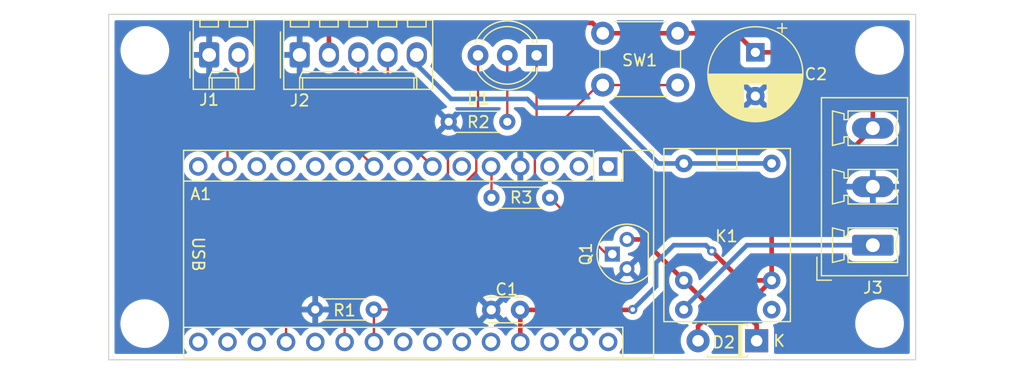
<source format=kicad_pcb>
(kicad_pcb (version 20211014) (generator pcbnew)
  (layers (0 "F.Cu" signal) (31 "B.Cu" signal) (34 "B.Paste" user) (35 "F.Paste" user) (36 "B.SilkS" user "B.Silkscreen") (37 "F.SilkS" user "F.Silkscreen") (38 "B.Mask" user) (39 "F.Mask" user) (44 "Edge.Cuts" user))
  (net 0 "")
  (net 4 "GND")
  (net 5 "Net-(A1-Pad5)")
  (net 7 "Net-(A1-Pad7)")
  (net 9 "Net-(A1-Pad9)")
  (net 14 "Net-(A1-Pad14)")
  (net 19 "Net-(A1-Pad19)")
  (net 21 "Net-(A1-Pad21)")
  (net 22 "Net-(A1-Pad22)")
  (net 27 "+5V")
  (net 30 "Net-(D1-Pad3)")
  (net 31 "Net-(D2-Pad2)")
  (net 32 "Net-(J2-Pad5)")
  (net 33 "+3V0")
  (net 34 "Net-(Q1-Pad1)")
  (footprint "MountingHole:MountingHole_3.2mm_M3_DIN965" (layer "F.Cu") (at 126.82 53.44)
    (fp_text reference "REF**" hide)
    (fp_text value "MountingHole_3.2mm_M3_DIN965")
    (pad "" np_thru_hole circle (at 0 0) (size 3.2 3.2) (drill 3.2) (layers *.Cu *.Mask))
  )
  (footprint "Capacitor_THT:C_Disc_D3.0mm_W2.0mm_P2.50mm" (layer "F.Cu") (at 95.64 75.98 180)
    (fp_text reference "C1" (at 1.16 1.78) (layer "F.SilkS"))
    (fp_text value "10nF")
    (fp_line (start -0.37 -1.12) (end 2.87 -1.12) (layer "F.SilkS") (width 0.12))
    (fp_line (start -0.37 1.12) (end 2.87 1.12) (layer "F.SilkS") (width 0.12))
    (fp_line (start -0.37 1.055) (end -0.37 1.12) (layer "F.SilkS") (width 0.12))
    (fp_line (start 2.87 1.055) (end 2.87 1.12) (layer "F.SilkS") (width 0.12))
    (fp_line (start 2.87 -1.12) (end 2.87 -1.055) (layer "F.SilkS") (width 0.12))
    (fp_line (start -0.37 -1.12) (end -0.37 -1.055) (layer "F.SilkS") (width 0.12))
    (pad "1" thru_hole circle (at 0 0 180) (size 1.6 1.6) (drill 0.8) (layers *.Cu *.Mask) (net 27 "+5V"))
    (pad "2" thru_hole circle (at 2.5 0 180) (size 1.6 1.6) (drill 0.8) (layers *.Cu *.Mask) (net 4 "GND"))
  )
  (footprint "Resistor_THT:R_Axial_DIN0204_L3.6mm_D1.6mm_P5.08mm_Horizontal" (layer "F.Cu") (at 89.45 59.64)
    (fp_text reference "R2" (at 2.568 0.03) (layer "F.SilkS"))
    (fp_text value "1K")
    (fp_line (start 0.62 -0.92) (end 4.46 -0.92) (layer "F.SilkS") (width 0.12))
    (fp_line (start 0.62 0.92) (end 4.46 0.92) (layer "F.SilkS") (width 0.12))
    (pad "1" thru_hole circle (at 0 0) (size 1.4 1.4) (drill 0.7) (layers *.Cu *.Mask) (net 4 "GND"))
    (pad "2" thru_hole oval (at 5.08 0) (size 1.4 1.4) (drill 0.7) (layers *.Cu *.Mask) (net 30 "Net-(D1-Pad3)"))
  )
  (footprint "LED_THT:LED_D5.0mm-3" (layer "F.Cu") (at 97.07 53.87 180)
    (fp_text reference "D1" (at 5.04 -3.77) (layer "F.SilkS"))
    (fp_text value "Red/Green")
    (fp_line (start -0.02 1.08) (end -0.02 1.545) (layer "F.SilkS") (width 0.12))
    (fp_line (start -0.02 -1.545) (end -0.02 -1.08) (layer "F.SilkS") (width 0.12))
    (fp_arc (start 0.285316 -1.08) (mid 2.539762 -2.5) (end 4.794479 -1.080429) (layer "F.SilkS") (width 0.12))
    (fp_arc (start 4.794479 1.080429) (mid 2.539762 2.5) (end 0.285316 1.08) (layer "F.SilkS") (width 0.12))
    (fp_arc (start -0.02 -1.54483) (mid 2.798456 -2.978809) (end 5.327815 -1.080827) (layer "F.SilkS") (width 0.12))
    (fp_arc (start 5.327815 1.080827) (mid 2.798456 2.978808) (end -0.02 1.54483) (layer "F.SilkS") (width 0.12))
    (pad "1" thru_hole rect (at 0 0 180) (size 1.8 1.8) (drill 0.9) (layers *.Cu *.Mask) (net 21 "Net-(A1-Pad21)"))
    (pad "2" thru_hole circle (at 5.08 0 180) (size 1.8 1.8) (drill 0.9) (layers *.Cu *.Mask) (net 19 "Net-(A1-Pad19)"))
    (pad "3" thru_hole circle (at 2.54 0 180) (size 1.8 1.8) (drill 0.9) (layers *.Cu *.Mask) (net 30 "Net-(D1-Pad3)"))
  )
  (footprint "MountingHole:MountingHole_3.2mm_M3_DIN965" (layer "F.Cu") (at 126.82 77.17)
    (fp_text reference "REF**" hide)
    (fp_text value "MountingHole_3.2mm_M3_DIN965")
    (pad "" np_thru_hole circle (at 0 0) (size 3.2 3.2) (drill 3.2) (layers *.Cu *.Mask))
  )
  (footprint "Button_Switch_THT:SW_PUSH_6mm" (layer "F.Cu") (at 102.81 51.95)
    (fp_text reference "SW1" (at 3.2 2.35) (layer "F.SilkS"))
    (fp_text value "SW_Push")
    (fp_line (start 6.75 3) (end 6.75 1.5) (layer "F.SilkS") (width 0.12))
    (fp_line (start -0.25 1.5) (end -0.25 3) (layer "F.SilkS") (width 0.12))
    (fp_line (start 5.5 -1) (end 1 -1) (layer "F.SilkS") (width 0.12))
    (fp_line (start 1 5.5) (end 5.5 5.5) (layer "F.SilkS") (width 0.12))
    (pad "1" thru_hole circle (at 6.5 0 90) (size 2 2) (drill 1.1) (layers *.Cu *.Mask) (net 27 "+5V"))
    (pad "1" thru_hole circle (at 0 0 90) (size 2 2) (drill 1.1) (layers *.Cu *.Mask) (net 27 "+5V"))
    (pad "2" thru_hole circle (at 0 4.5 90) (size 2 2) (drill 1.1) (layers *.Cu *.Mask) (net 22 "Net-(A1-Pad22)"))
    (pad "2" thru_hole circle (at 6.5 4.5 90) (size 2 2) (drill 1.1) (layers *.Cu *.Mask) (net 22 "Net-(A1-Pad22)"))
  )
  (footprint "Resistor_THT:R_Axial_DIN0204_L3.6mm_D1.6mm_P5.08mm_Horizontal" (layer "F.Cu") (at 93.16 66.24)
    (fp_text reference "R3" (at 2.58 -0.02) (layer "F.SilkS"))
    (fp_text value "1K")
    (fp_line (start 0.62 0.92) (end 4.46 0.92) (layer "F.SilkS") (width 0.12))
    (fp_line (start 0.62 -0.92) (end 4.46 -0.92) (layer "F.SilkS") (width 0.12))
    (pad "1" thru_hole circle (at 0 0) (size 1.4 1.4) (drill 0.7) (layers *.Cu *.Mask) (net 5 "Net-(A1-Pad5)"))
    (pad "2" thru_hole oval (at 5.08 0) (size 1.4 1.4) (drill 0.7) (layers *.Cu *.Mask) (net 34 "Net-(Q1-Pad1)"))
  )
  (footprint "Connector_Molex:Molex_KK-254_AE-6410-05A_1x05_P2.54mm_Vertical" (layer "F.Cu") (at 76.52 53.83)
    (fp_text reference "J2" (at 0 3.96) (layer "F.SilkS"))
    (fp_text value "Molex")
    (fp_line (start 4.28 -3.03) (end 4.28 -2.43) (layer "F.SilkS") (width 0.12))
    (fp_line (start 1.74 -3.03) (end 1.74 -2.43) (layer "F.SilkS") (width 0.12))
    (fp_line (start 4.28 -2.43) (end 5.88 -2.43) (layer "F.SilkS") (width 0.12))
    (fp_line (start 8.42 -2.43) (end 8.42 -3.03) (layer "F.SilkS") (width 0.12))
    (fp_line (start -0.8 -3.03) (end -0.8 -2.43) (layer "F.SilkS") (width 0.12))
    (fp_line (start 0.25 2.99) (end 0.25 1.99) (layer "F.SilkS") (width 0.12))
    (fp_line (start 9.91 1.46) (end 10.16 1.99) (layer "F.SilkS") (width 0.12))
    (fp_line (start -1.38 2.99) (end 11.54 2.99) (layer "F.SilkS") (width 0.12))
    (fp_line (start 0 2.99) (end 0 1.99) (layer "F.SilkS") (width 0.12))
    (fp_line (start 9.91 2.99) (end 9.91 1.99) (layer "F.SilkS") (width 0.12))
    (fp_line (start 11.54 -3.03) (end -1.38 -3.03) (layer "F.SilkS") (width 0.12))
    (fp_line (start 10.96 -2.43) (end 10.96 -3.03) (layer "F.SilkS") (width 0.12))
    (fp_line (start 5.88 -2.43) (end 5.88 -3.03) (layer "F.SilkS") (width 0.12))
    (fp_line (start 11.54 2.99) (end 11.54 -3.03) (layer "F.SilkS") (width 0.12))
    (fp_line (start 9.36 -2.43) (end 10.96 -2.43) (layer "F.SilkS") (width 0.12))
    (fp_line (start 0.25 1.46) (end 9.91 1.46) (layer "F.SilkS") (width 0.12))
    (fp_line (start 10.16 1.99) (end 10.16 2.99) (layer "F.SilkS") (width 0.12))
    (fp_line (start 1.74 -2.43) (end 3.34 -2.43) (layer "F.SilkS") (width 0.12))
    (fp_line (start -1.67 -2) (end -1.67 2) (layer "F.SilkS") (width 0.12))
    (fp_line (start 0.8 -2.43) (end 0.8 -3.03) (layer "F.SilkS") (width 0.12))
    (fp_line (start -1.38 -3.03) (end -1.38 2.99) (layer "F.SilkS") (width 0.12))
    (fp_line (start 9.36 -3.03) (end 9.36 -2.43) (layer "F.SilkS") (width 0.12))
    (fp_line (start 0 1.99) (end 0.25 1.46) (layer "F.SilkS") (width 0.12))
    (fp_line (start 6.82 -2.43) (end 8.42 -2.43) (layer "F.SilkS") (width 0.12))
    (fp_line (start 6.82 -3.03) (end 6.82 -2.43) (layer "F.SilkS") (width 0.12))
    (fp_line (start 3.34 -2.43) (end 3.34 -3.03) (layer "F.SilkS") (width 0.12))
    (fp_line (start 0 1.99) (end 10.16 1.99) (layer "F.SilkS") (width 0.12))
    (fp_line (start -0.8 -2.43) (end 0.8 -2.43) (layer "F.SilkS") (width 0.12))
    (pad "1" thru_hole roundrect (at 0 0) (size 1.74 2.19) (drill 1.19) (layers *.Cu *.Mask) (roundrect_rratio 0.143678) (net 4 "GND"))
    (pad "2" thru_hole oval (at 2.54 0) (size 1.74 2.19) (drill 1.19) (layers *.Cu *.Mask) (net 27 "+5V"))
    (pad "3" thru_hole oval (at 5.08 0) (size 1.74 2.19) (drill 1.19) (layers *.Cu *.Mask) (net 9 "Net-(A1-Pad9)"))
    (pad "4" thru_hole oval (at 7.62 0) (size 1.74 2.19) (drill 1.19) (layers *.Cu *.Mask) (net 7 "Net-(A1-Pad7)"))
    (pad "5" thru_hole oval (at 10.16 0) (size 1.74 2.19) (drill 1.19) (layers *.Cu *.Mask) (net 32 "Net-(J2-Pad5)"))
  )
  (footprint "Connector_Phoenix_MC_HighVoltage:PhoenixContact_MCV_1,5_3-G-5.08_1x03_P5.08mm_Vertical" (layer "F.Cu") (at 126.238 70.358 90)
    (fp_text reference "J3" (at -3.692 0.012 180) (layer "F.SilkS"))
    (fp_text value "Screw Terminal")
    (fp_line (start 8.91 -2.5) (end 8.66 -3.5) (layer "F.SilkS") (width 0.12))
    (fp_line (start 9.41 -2.5) (end 8.91 -2.5) (layer "F.SilkS") (width 0.12))
    (fp_line (start 1.25 -2.5) (end 0.75 -2.5) (layer "F.SilkS") (width 0.12))
    (fp_line (start 8.66 2.15) (end 8.66 -2.15) (layer "F.SilkS") (width 0.12))
    (fp_line (start 4.33 -2.15) (end 4.33 -2.5) (layer "F.SilkS") (width 0.12))
    (fp_line (start 11.41 -2.5) (end 10.91 -2.5) (layer "F.SilkS") (width 0.12))
    (fp_line (start -1.5 -2.15) (end -0.75 -2.15) (layer "F.SilkS") (width 0.12))
    (fp_line (start -0.75 2.15) (end -1.5 2.15) (layer "F.SilkS") (width 0.12))
    (fp_line (start 6.33 -2.5) (end 5.83 -2.5) (layer "F.SilkS") (width 0.12))
    (fp_line (start 9.41 2.15) (end 8.66 2.15) (layer "F.SilkS") (width 0.12))
    (fp_line (start 1.5 -3.5) (end 1.25 -2.5) (layer "F.SilkS") (width 0.12))
    (fp_line (start -1.5 -3.5) (end 1.5 -3.5) (layer "F.SilkS") (width 0.12))
    (fp_line (start 3.58 -3.5) (end 6.58 -3.5) (layer "F.SilkS") (width 0.12))
    (fp_line (start 11.66 -3.5) (end 11.41 -2.5) (layer "F.SilkS") (width 0.12))
    (fp_line (start 12.81 3.01) (end 12.81 -4.46) (layer "F.SilkS") (width 0.12))
    (fp_line (start -0.75 -2.5) (end -1.25 -2.5) (layer "F.SilkS") (width 0.12))
    (fp_line (start 11.66 2.15) (end 10.91 2.15) (layer "F.SilkS") (width 0.12))
    (fp_line (start 0.75 -2.15) (end 1.5 -2.15) (layer "F.SilkS") (width 0.12))
    (fp_line (start 10.91 -2.5) (end 10.91 -2.15) (layer "F.SilkS") (width 0.12))
    (fp_line (start -2.65 -4.46) (end -2.65 3.01) (layer "F.SilkS") (width 0.12))
    (fp_line (start 6.58 -2.15) (end 6.58 2.15) (layer "F.SilkS") (width 0.12))
    (fp_line (start 3.83 -2.5) (end 3.58 -3.5) (layer "F.SilkS") (width 0.12))
    (fp_line (start 10.91 -2.15) (end 11.66 -2.15) (layer "F.SilkS") (width 0.12))
    (fp_line (start 9.41 -2.15) (end 9.41 -2.5) (layer "F.SilkS") (width 0.12))
    (fp_line (start -2.65 3.01) (end 12.81 3.01) (layer "F.SilkS") (width 0.12))
    (fp_line (start 8.66 -2.15) (end 9.41 -2.15) (layer "F.SilkS") (width 0.12))
    (fp_line (start 3.58 -2.15) (end 4.33 -2.15) (layer "F.SilkS") (width 0.12))
    (fp_line (start -1.25 -2.5) (end -1.5 -3.5) (layer "F.SilkS") (width 0.12))
    (fp_line (start 8.66 -3.5) (end 11.66 -3.5) (layer "F.SilkS") (width 0.12))
    (fp_line (start 6.58 -3.5) (end 6.33 -2.5) (layer "F.SilkS") (width 0.12))
    (fp_line (start -0.75 -2.15) (end -0.75 -2.5) (layer "F.SilkS") (width 0.12))
    (fp_line (start -1.5 2.15) (end -1.5 -2.15) (layer "F.SilkS") (width 0.12))
    (fp_line (start 3.58 2.15) (end 3.58 -2.15) (layer "F.SilkS") (width 0.12))
    (fp_line (start 11.66 -2.15) (end 11.66 2.15) (layer "F.SilkS") (width 0.12))
    (fp_line (start 0.75 -2.5) (end 0.75 -2.15) (layer "F.SilkS") (width 0.12))
    (fp_line (start 1.5 2.15) (end 0.75 2.15) (layer "F.SilkS") (width 0.12))
    (fp_line (start 5.83 -2.5) (end 5.83 -2.15) (layer "F.SilkS") (width 0.12))
    (fp_line (start 4.33 2.15) (end 3.58 2.15) (layer "F.SilkS") (width 0.12))
    (fp_line (start 1.5 -2.15) (end 1.5 2.15) (layer "F.SilkS") (width 0.12))
    (fp_line (start 5.83 -2.15) (end 6.58 -2.15) (layer "F.SilkS") (width 0.12))
    (fp_line (start 12.81 -4.46) (end -2.65 -4.46) (layer "F.SilkS") (width 0.12))
    (fp_line (start -3.04 -3.6) (end -3.04 -4.85) (layer "F.SilkS") (width 0.12))
    (fp_line (start 6.58 2.15) (end 5.83 2.15) (layer "F.SilkS") (width 0.12))
    (fp_line (start -3.04 -4.85) (end -1.04 -4.85) (layer "F.SilkS") (width 0.12))
    (fp_line (start 4.33 -2.5) (end 3.83 -2.5) (layer "F.SilkS") (width 0.12))
    (fp_arc (start 4.33 2.15) (mid 5.079807 1.99191) (end 5.829647 2.149844) (layer "F.SilkS") (width 0.12))
    (fp_arc (start -0.75 2.15) (mid -0.000193 1.99191) (end 0.749647 2.149844) (layer "F.SilkS") (width 0.12))
    (fp_arc (start 9.41 2.15) (mid 10.159807 1.99191) (end 10.909647 2.149844) (layer "F.SilkS") (width 0.12))
    (pad "1" thru_hole roundrect (at 0 0 90) (size 1.8 3.6) (drill 1.2) (layers *.Cu *.Mask) (roundrect_rratio 0.138889) (net 33 "+3V0"))
    (pad "2" thru_hole oval (at 5.08 0 90) (size 1.8 3.6) (drill 1.2) (layers *.Cu *.Mask) (net 4 "GND"))
    (pad "3" thru_hole oval (at 10.16 0 90) (size 1.8 3.6) (drill 1.2) (layers *.Cu *.Mask) (net 27 "+5V"))
  )
  (footprint "Resistor_THT:R_Axial_DIN0204_L3.6mm_D1.6mm_P5.08mm_Horizontal" (layer "F.Cu") (at 82.95 75.946 180)
    (fp_text reference "R1" (at 2.54 -0.074) (layer "F.SilkS"))
    (fp_text value "10K")
    (fp_line (start 0.62 0.92) (end 4.46 0.92) (layer "F.SilkS") (width 0.12))
    (fp_line (start 0.62 -0.92) (end 4.46 -0.92) (layer "F.SilkS") (width 0.12))
    (pad "1" thru_hole circle (at 0 0 180) (size 1.4 1.4) (drill 0.7) (layers *.Cu *.Mask) (net 22 "Net-(A1-Pad22)"))
    (pad "2" thru_hole oval (at 5.08 0 180) (size 1.4 1.4) (drill 0.7) (layers *.Cu *.Mask) (net 4 "GND"))
  )
  (footprint "MountingHole:MountingHole_3.2mm_M3_DIN965" (layer "F.Cu") (at 63.08 77.17)
    (fp_text reference "REF**" hide)
    (fp_text value "MountingHole_3.2mm_M3_DIN965")
    (pad "" np_thru_hole circle (at 0 0) (size 3.2 3.2) (drill 3.2) (layers *.Cu *.Mask))
  )
  (footprint "Module:Arduino_Nano" (layer "F.Cu") (at 103.28 63.52 -90)
    (fp_text reference "A1" (at 2.4 35.33 180) (layer "F.SilkS"))
    (fp_text value "Arduino_Nano_v2.x")
    (fp_text user "USB" (at 7.62 35.56 -90 unlocked) (layer "F.SilkS"))
    (fp_line (start 1.27 36.83) (end -1.4 36.83) (layer "F.SilkS") (width 0.12))
    (fp_line (start 16.64 36.83) (end 1.27 36.83) (layer "F.SilkS") (width 0.12))
    (fp_line (start 1.27 -1.27) (end -1.4 -1.27) (layer "F.SilkS") (width 0.12))
    (fp_line (start 16.64 -3.94) (end -1.4 -3.94) (layer "F.SilkS") (width 0.12))
    (fp_line (start 16.64 36.83) (end 16.64 -3.94) (layer "F.SilkS") (width 0.12))
    (fp_line (start 1.27 1.27) (end -1.4 1.27) (layer "F.SilkS") (width 0.12))
    (fp_line (start 13.97 -1.27) (end 13.97 36.83) (layer "F.SilkS") (width 0.12))
    (fp_line (start 1.27 1.27) (end 1.27 -1.27) (layer "F.SilkS") (width 0.12))
    (fp_line (start 13.97 -1.27) (end 16.64 -1.27) (layer "F.SilkS") (width 0.12))
    (fp_line (start -1.4 1.27) (end -1.4 36.83) (layer "F.SilkS") (width 0.12))
    (fp_line (start 13.97 36.83) (end 16.64 36.83) (layer "F.SilkS") (width 0.12))
    (fp_line (start 1.27 1.27) (end 1.27 36.83) (layer "F.SilkS") (width 0.12))
    (fp_line (start -1.4 -3.94) (end -1.4 -1.27) (layer "F.SilkS") (width 0.12))
    (pad "1" thru_hole rect (at 0 0 270) (size 1.6 1.6) (drill 1) (layers *.Cu *.Mask))
    (pad "2" thru_hole oval (at 0 2.54 270) (size 1.6 1.6) (drill 1) (layers *.Cu *.Mask))
    (pad "3" thru_hole oval (at 0 5.08 270) (size 1.6 1.6) (drill 1) (layers *.Cu *.Mask))
    (pad "4" thru_hole oval (at 0 7.62 270) (size 1.6 1.6) (drill 1) (layers *.Cu *.Mask) (net 4 "GND"))
    (pad "5" thru_hole oval (at 0 10.16 270) (size 1.6 1.6) (drill 1) (layers *.Cu *.Mask) (net 5 "Net-(A1-Pad5)"))
    (pad "6" thru_hole oval (at 0 12.7 270) (size 1.6 1.6) (drill 1) (layers *.Cu *.Mask))
    (pad "7" thru_hole oval (at 0 15.24 270) (size 1.6 1.6) (drill 1) (layers *.Cu *.Mask) (net 7 "Net-(A1-Pad7)"))
    (pad "8" thru_hole oval (at 0 17.78 270) (size 1.6 1.6) (drill 1) (layers *.Cu *.Mask))
    (pad "9" thru_hole oval (at 0 20.32 270) (size 1.6 1.6) (drill 1) (layers *.Cu *.Mask) (net 9 "Net-(A1-Pad9)"))
    (pad "10" thru_hole oval (at 0 22.86 270) (size 1.6 1.6) (drill 1) (layers *.Cu *.Mask))
    (pad "11" thru_hole oval (at 0 25.4 270) (size 1.6 1.6) (drill 1) (layers *.Cu *.Mask))
    (pad "12" thru_hole oval (at 0 27.94 270) (size 1.6 1.6) (drill 1) (layers *.Cu *.Mask))
    (pad "13" thru_hole oval (at 0 30.48 270) (size 1.6 1.6) (drill 1) (layers *.Cu *.Mask))
    (pad "14" thru_hole oval (at 0 33.02 270) (size 1.6 1.6) (drill 1) (layers *.Cu *.Mask) (net 14 "Net-(A1-Pad14)"))
    (pad "15" thru_hole oval (at 0 35.56 270) (size 1.6 1.6) (drill 1) (layers *.Cu *.Mask))
    (pad "16" thru_hole oval (at 15.24 35.56 270) (size 1.6 1.6) (drill 1) (layers *.Cu *.Mask))
    (pad "17" thru_hole oval (at 15.24 33.02 270) (size 1.6 1.6) (drill 1) (layers *.Cu *.Mask))
    (pad "18" thru_hole oval (at 15.24 30.48 270) (size 1.6 1.6) (drill 1) (layers *.Cu *.Mask))
    (pad "19" thru_hole oval (at 15.24 27.94 270) (size 1.6 1.6) (drill 1) (layers *.Cu *.Mask) (net 19 "Net-(A1-Pad19)"))
    (pad "20" thru_hole oval (at 15.24 25.4 270) (size 1.6 1.6) (drill 1) (layers *.Cu *.Mask))
    (pad "21" thru_hole oval (at 15.24 22.86 270) (size 1.6 1.6) (drill 1) (layers *.Cu *.Mask) (net 21 "Net-(A1-Pad21)"))
    (pad "22" thru_hole oval (at 15.24 20.32 270) (size 1.6 1.6) (drill 1) (layers *.Cu *.Mask) (net 22 "Net-(A1-Pad22)"))
    (pad "23" thru_hole oval (at 15.24 17.78 270) (size 1.6 1.6) (drill 1) (layers *.Cu *.Mask))
    (pad "24" thru_hole oval (at 15.24 15.24 270) (size 1.6 1.6) (drill 1) (layers *.Cu *.Mask))
    (pad "25" thru_hole oval (at 15.24 12.7 270) (size 1.6 1.6) (drill 1) (layers *.Cu *.Mask))
    (pad "26" thru_hole oval (at 15.24 10.16 270) (size 1.6 1.6) (drill 1) (layers *.Cu *.Mask))
    (pad "27" thru_hole oval (at 15.24 7.62 270) (size 1.6 1.6) (drill 1) (layers *.Cu *.Mask) (net 27 "+5V"))
    (pad "28" thru_hole oval (at 15.24 5.08 270) (size 1.6 1.6) (drill 1) (layers *.Cu *.Mask))
    (pad "29" thru_hole oval (at 15.24 2.54 270) (size 1.6 1.6) (drill 1) (layers *.Cu *.Mask) (net 4 "GND"))
    (pad "30" thru_hole oval (at 15.24 0 270) (size 1.6 1.6) (drill 1) (layers *.Cu *.Mask))
  )
  (footprint "MountingHole:MountingHole_3.2mm_M3_DIN965" (layer "F.Cu") (at 63.09 53.44)
    (fp_text reference "REF**" hide)
    (fp_text value "MountingHole_3.2mm_M3_DIN965")
    (pad "" np_thru_hole circle (at 0 0) (size 3.2 3.2) (drill 3.2) (layers *.Cu *.Mask))
  )
  (footprint "Diode_THT:D_T-1_P5.08mm_Horizontal" (layer "F.Cu") (at 116.16 78.66 180)
    (fp_text reference "D2" (at 2.86 -0.14) (layer "F.SilkS"))
    (fp_text value "1N4007")
    (fp_text user "K" (at -1.95 -0.01) (layer "F.SilkS"))
    (fp_line (start 4.26 -1.42) (end 4.26 -1.24) (layer "F.SilkS") (width 0.12))
    (fp_line (start 1.54 -1.42) (end 1.54 1.42) (layer "F.SilkS") (width 0.12))
    (fp_line (start 0.82 -1.42) (end 4.26 -1.42) (layer "F.SilkS") (width 0.12))
    (fp_line (start 1.3 -1.42) (end 1.3 1.42) (layer "F.SilkS") (width 0.12))
    (fp_line (start 4.26 1.42) (end 4.26 1.24) (layer "F.SilkS") (width 0.12))
    (fp_line (start 0.82 1.24) (end 0.82 1.42) (layer "F.SilkS") (width 0.12))
    (fp_line (start 0.82 1.42) (end 4.26 1.42) (layer "F.SilkS") (width 0.12))
    (fp_line (start 1.42 -1.42) (end 1.42 1.42) (layer "F.SilkS") (width 0.12))
    (fp_line (start 0.82 -1.24) (end 0.82 -1.42) (layer "F.SilkS") (width 0.12))
    (pad "1" thru_hole rect (at 0 0 180) (size 2 2) (drill 1) (layers *.Cu *.Mask) (net 27 "+5V"))
    (pad "2" thru_hole oval (at 5.08 0 180) (size 2 2) (drill 1) (layers *.Cu *.Mask) (net 31 "Net-(D2-Pad2)"))
  )
  (footprint "Capacitor_THT:CP_Radial_D8.0mm_P3.80mm" (layer "F.Cu") (at 116.05 53.607349 -90)
    (fp_text reference "C2" (at 1.9 -5.25 180) (layer "F.SilkS"))
    (fp_text value "470µF")
    (fp_line (start 2.621 -4.017) (end 2.621 4.017) (layer "F.SilkS") (width 0.12))
    (fp_line (start 4.861 -2.826) (end 4.861 2.826) (layer "F.SilkS") (width 0.12))
    (fp_line (start 4.381 1.04) (end 4.381 3.25) (layer "F.SilkS") (width 0.12))
    (fp_line (start 4.421 -3.22) (end 4.421 -1.04) (layer "F.SilkS") (width 0.12))
    (fp_line (start 3.461 1.04) (end 3.461 3.774) (layer "F.SilkS") (width 0.12))
    (fp_line (start 2.941 1.04) (end 2.941 3.947) (layer "F.SilkS") (width 0.12))
    (fp_line (start 4.661 1.04) (end 4.661 3.019) (layer "F.SilkS") (width 0.12))
    (fp_line (start 5.781 -1.346) (end 5.781 1.346) (layer "F.SilkS") (width 0.12))
    (fp_line (start 5.221 -2.4) (end 5.221 2.4) (layer "F.SilkS") (width 0.12))
    (fp_line (start 5.701 -1.552) (end 5.701 1.552) (layer "F.SilkS") (width 0.12))
    (fp_line (start 3.941 1.04) (end 3.941 3.54) (layer "F.SilkS") (width 0.12))
    (fp_line (start 4.741 1.04) (end 4.741 2.945) (layer "F.SilkS") (width 0.12))
    (fp_line (start 3.181 -3.877) (end 3.181 -1.04) (layer "F.SilkS") (width 0.12))
    (fp_line (start 4.301 1.04) (end 4.301 3.309) (layer "F.SilkS") (width 0.12))
    (fp_line (start 4.621 1.04) (end 4.621 3.055) (layer "F.SilkS") (width 0.12))
    (fp_line (start 2.941 -3.947) (end 2.941 -1.04) (layer "F.SilkS") (width 0.12))
    (fp_line (start 4.741 -2.945) (end 4.741 -1.04) (layer "F.SilkS") (width 0.12))
    (fp_line (start 3.901 -3.562) (end 3.901 -1.04) (layer "F.SilkS") (width 0.12))
    (fp_line (start 2.821 1.04) (end 2.821 3.976) (layer "F.SilkS") (width 0.12))
    (fp_line (start 5.301 -2.287) (end 5.301 2.287) (layer "F.SilkS") (width 0.12))
    (fp_line (start 2.701 -4.002) (end 2.701 4.002) (layer "F.SilkS") (width 0.12))
    (fp_line (start 4.341 1.04) (end 4.341 3.28) (layer "F.SilkS") (width 0.12))
    (fp_line (start 4.661 -3.019) (end 4.661 -1.04) (layer "F.SilkS") (width 0.12))
    (fp_line (start 5.261 -2.345) (end 5.261 2.345) (layer "F.SilkS") (width 0.12))
    (fp_line (start 2.22 -4.068) (end 2.22 4.068) (layer "F.SilkS") (width 0.12))
    (fp_line (start 2.38 -4.052) (end 2.38 4.052) (layer "F.SilkS") (width 0.12))
    (fp_line (start 3.661 -3.686) (end 3.661 -1.04) (layer "F.SilkS") (width 0.12))
    (fp_line (start 3.981 1.04) (end 3.981 3.517) (layer "F.SilkS") (width 0.12))
    (fp_line (start 3.861 1.04) (end 3.861 3.584) (layer "F.SilkS") (width 0.12))
    (fp_line (start 4.781 1.04) (end 4.781 2.907) (layer "F.SilkS") (width 0.12))
    (fp_line (start 2.46 -4.042) (end 2.46 4.042) (layer "F.SilkS") (width 0.12))
    (fp_line (start 2.06 -4.077) (end 2.06 4.077) (layer "F.SilkS") (width 0.12))
    (fp_line (start 3.541 1.04) (end 3.541 3.74) (layer "F.SilkS") (width 0.12))
    (fp_line (start 5.061 -2.604) (end 5.061 2.604) (layer "F.SilkS") (width 0.12))
    (fp_line (start 4.181 -3.392) (end 4.181 -1.04) (layer "F.SilkS") (width 0.12))
    (fp_line (start 3.821 -3.606) (end 3.821 -1.04) (layer "F.SilkS") (width 0.12))
    (fp_line (start 3.461 -3.774) (end 3.461 -1.04) (layer "F.SilkS") (width 0.12))
    (fp_line (start 3.581 1.04) (end 3.581 3.722) (layer "F.SilkS") (width 0.12))
    (fp_line (start 1.94 -4.08) (end 1.94 4.08) (layer "F.SilkS") (width 0.12))
    (fp_line (start 2.1 -4.076) (end 2.1 4.076) (layer "F.SilkS") (width 0.12))
    (fp_line (start 5.741 -1.453) (end 5.741 1.453) (layer "F.SilkS") (width 0.12))
    (fp_line (start 3.261 1.04) (end 3.261 3.85) (layer "F.SilkS") (width 0.12))
    (fp_line (start 2.58 -4.024) (end 2.58 4.024) (layer "F.SilkS") (width 0.12))
    (fp_line (start 5.941 -0.768) (end 5.941 0.768) (layer "F.SilkS") (width 0.12))
    (fp_line (start 5.421 -2.102) (end 5.421 2.102) (layer "F.SilkS") (width 0.12))
    (fp_line (start 4.701 -2.983) (end 4.701 -1.04) (layer "F.SilkS") (width 0.12))
    (fp_line (start 4.341 -3.28) (end 4.341 -1.04) (layer "F.SilkS") (width 0.12))
    (fp_line (start 5.821 -1.229) (end 5.821 1.229) (layer "F.SilkS") (width 0.12))
    (fp_line (start 3.141 1.04) (end 3.141 3.889) (layer "F.SilkS") (width 0.12))
    (fp_line (start 3.021 1.04) (end 3.021 3.925) (layer "F.SilkS") (width 0.12))
    (fp_line (start 3.301 -3.835) (end 3.301 -1.04) (layer "F.SilkS") (width 0.12))
    (fp_line (start 4.261 -3.338) (end 4.261 -1.04) (layer "F.SilkS") (width 0.12))
    (fp_line (start 3.341 -3.821) (end 3.341 -1.04) (layer "F.SilkS") (width 0.12))
    (fp_line (start 3.061 1.04) (end 3.061 3.914) (layer "F.SilkS") (width 0.12))
    (fp_line (start 2.661 -4.01) (end 2.661 4.01) (layer "F.SilkS") (width 0.12))
    (fp_line (start 3.421 1.04) (end 3.421 3.79) (layer "F.SilkS") (width 0.12))
    (fp_line (start 2.54 -4.03) (end 2.54 4.03) (layer "F.SilkS") (width 0.12))
    (fp_line (start 3.701 1.04) (end 3.701 3.666) (layer "F.SilkS") (width 0.12))
    (fp_line (start 3.381 1.04) (end 3.381 3.805) (layer "F.SilkS") (width 0.12))
    (fp_line (start 4.021 -3.493) (end 4.021 -1.04) (layer "F.SilkS") (width 0.12))
    (fp_line (start 3.701 -3.666) (end 3.701 -1.04) (layer "F.SilkS") (width 0.12))
    (fp_line (start 3.101 -3.902) (end 3.101 -1.04) (layer "F.SilkS") (width 0.12))
    (fp_line (start 4.821 -2.867) (end 4.821 -1.04) (layer "F.SilkS") (width 0.12))
    (fp_line (start 2.981 -3.936) (end 2.981 -1.04) (layer "F.SilkS") (width 0.12))
    (fp_line (start 4.621 -3.055) (end 4.621 -1.04) (layer "F.SilkS") (width 0.12))
    (fp_line (start 3.741 -3.647) (end 3.741 -1.04) (layer "F.SilkS") (width 0.12))
    (fp_line (start 3.301 1.04) (end 3.301 3.835) (layer "F.SilkS") (width 0.12))
    (fp_line (start 2.26 -4.065) (end 2.26 4.065) (layer "F.SilkS") (width 0.12))
    (fp_line (start 3.541 -3.74) (end 3.541 -1.04) (layer "F.SilkS") (width 0.12))
    (fp_line (start 5.181 -2.454) (end 5.181 2.454) (layer "F.SilkS") (width 0.12))
    (fp_line (start 4.981 -2.697) (end 4.981 2.697) (layer "F.SilkS") (width 0.12))
    (fp_line (start 1.9 -4.08) (end 1.9 4.08) (layer "F.SilkS") (width 0.12))
    (fp_line (start 2.14 -4.074) (end 2.14 4.074) (layer "F.SilkS") (width 0.12))
    (fp_line (start 4.941 -2.741) (end 4.941 2.741) (layer "F.SilkS") (width 0.12))
    (fp_line (start 4.461 1.04) (end 4.461 3.189) (layer "F.SilkS") (width 0.12))
    (fp_line (start 3.421 -3.79) (end 3.421 -1.04) (layer "F.SilkS") (width 0.12))
    (fp_line (start 4.581 -3.09) (end 4.581 -1.04) (layer "F.SilkS") (width 0.12))
    (fp_line (start 4.541 1.04) (end 4.541 3.124) (layer "F.SilkS") (width 0.12))
    (fp_line (start 3.101 1.04) (end 3.101 3.902) (layer "F.SilkS") (width 0.12))
    (fp_line (start 2.901 1.04) (end 2.901 3.957) (layer "F.SilkS") (width 0.12))
    (fp_line (start 5.901 -0.948) (end 5.901 0.948) (layer "F.SilkS") (width 0.12))
    (fp_line (start 3.781 1.04) (end 3.781 3.627) (layer "F.SilkS") (width 0.12))
    (fp_line (start 4.421 1.04) (end 4.421 3.22) (layer "F.SilkS") (width 0.12))
    (fp_line (start 4.501 -3.156) (end 4.501 -1.04) (layer "F.SilkS") (width 0.12))
    (fp_line (start 3.861 -3.584) (end 3.861 -1.04) (layer "F.SilkS") (width 0.12))
    (fp_line (start 2.42 -4.048) (end 2.42 4.048) (layer "F.SilkS") (width 0.12))
    (fp_line (start 4.541 -3.124) (end 4.541 -1.04) (layer "F.SilkS") (width 0.12))
    (fp_line (start 5.021 -2.651) (end 5.021 2.651) (layer "F.SilkS") (width 0.12))
    (fp_line (start 3.621 -3.704) (end 3.621 -1.04) (layer "F.SilkS") (width 0.12))
    (fp_line (start 3.661 1.04) (end 3.661 3.686) (layer "F.SilkS") (width 0.12))
    (fp_line (start 2.821 -3.976) (end 2.821 -1.04) (layer "F.SilkS") (width 0.12))
    (fp_line (start 5.141 -2.505) (end 5.141 2.505) (layer "F.SilkS") (width 0.12))
    (fp_line (start 3.021 -3.925) (end 3.021 -1.04) (layer "F.SilkS") (width 0.12))
    (fp_line (start 5.861 -1.098) (end 5.861 1.098) (layer "F.SilkS") (width 0.12))
    (fp_line (start 3.741 1.04) (end 3.741 3.647) (layer "F.SilkS") (width 0.12))
    (fp_line (start 5.461 -2.034) (end 5.461 2.034) (layer "F.SilkS") (width 0.12))
    (fp_line (start 5.581 -1.813) (end 5.581 1.813) (layer "F.SilkS") (width 0.12))
    (fp_line (start 3.581 -3.722) (end 3.581 -1.04) (layer "F.SilkS") (width 0.12))
    (fp_line (start 4.221 -3.365) (end 4.221 -1.04) (layer "F.SilkS") (width 0.12))
    (fp_line (start 4.901 -2.784) (end 4.901 2.784) (layer "F.SilkS") (width 0.12))
    (fp_line (start 3.781 -3.627) (end 3.781 -1.04) (layer "F.SilkS") (width 0.12))
    (fp_line (start 2.5 -4.037) (end 2.5 4.037) (layer "F.SilkS") (width 0.12))
    (fp_line (start 2.3 -4.061) (end 2.3 4.061) (layer "F.SilkS") (width 0.12))
    (fp_line (start 3.501 -3.757) (end 3.501 -1.04) (layer "F.SilkS") (width 0.12))
    (fp_line (start 2.34 -4.057) (end 2.34 4.057) (layer "F.SilkS") (width 0.12))
    (fp_line (start 3.221 1.04) (end 3.221 3.863) (layer "F.SilkS") (width 0.12))
    (fp_line (start 3.221 -3.863) (end 3.221 -1.04) (layer "F.SilkS") (width 0.12))
    (fp_line (start 3.141 -3.889) (end 3.141 -1.04) (layer "F.SilkS") (width 0.12))
    (fp_line (start -2.109698 -2.715) (end -2.109698 -1.915) (layer "F.SilkS") (width 0.12))
    (fp_line (start 4.101 -3.444) (end 4.101 -1.04) (layer "F.SilkS") (width 0.12))
    (fp_line (start 3.621 1.04) (end 3.621 3.704) (layer "F.SilkS") (width 0.12))
    (fp_line (start 4.061 -3.469) (end 4.061 -1.04) (layer "F.SilkS") (width 0.12))
    (fp_line (start 3.901 1.04) (end 3.901 3.562) (layer "F.SilkS") (width 0.12))
    (fp_line (start 3.941 -3.54) (end 3.941 -1.04) (layer "F.SilkS") (width 0.12))
    (fp_line (start 5.101 -2.556) (end 5.101 2.556) (layer "F.SilkS") (width 0.12))
    (fp_line (start 5.661 -1.645) (end 5.661 1.645) (layer "F.SilkS") (width 0.12))
    (fp_line (start 4.581 1.04) (end 4.581 3.09) (layer "F.SilkS") (width 0.12))
    (fp_line (start 1.98 -4.08) (end 1.98 4.08) (layer "F.SilkS") (width 0.12))
    (fp_line (start 2.781 1.04) (end 2.781 3.985) (layer "F.SilkS") (width 0.12))
    (fp_line (start 4.021 1.04) (end 4.021 3.493) (layer "F.SilkS") (width 0.12))
    (fp_line (start 4.101 1.04) (end 4.101 3.444) (layer "F.SilkS") (width 0.12))
    (fp_line (start 5.621 -1.731) (end 5.621 1.731) (layer "F.SilkS") (width 0.12))
    (fp_line (start 2.18 -4.071) (end 2.18 4.071) (layer "F.SilkS") (width 0.12))
    (fp_line (start 5.501 -1.964) (end 5.501 1.964) (layer "F.SilkS") (width 0.12))
    (fp_line (start 2.981 1.04) (end 2.981 3.936) (layer "F.SilkS") (width 0.12))
    (fp_line (start 3.181 1.04) (end 3.181 3.877) (layer "F.SilkS") (width 0.12))
    (fp_line (start 3.261 -3.85) (end 3.261 -1.04) (layer "F.SilkS") (width 0.12))
    (fp_line (start 2.741 -3.994) (end 2.741 3.994) (layer "F.SilkS") (width 0.12))
    (fp_line (start 5.381 -2.166) (end 5.381 2.166) (layer "F.SilkS") (width 0.12))
    (fp_line (start 4.141 1.04) (end 4.141 3.418) (layer "F.SilkS") (width 0.12))
    (fp_line (start 3.341 1.04) (end 3.341 3.821) (layer "F.SilkS") (width 0.12))
    (fp_line (start 4.381 -3.25) (end 4.381 -1.04) (layer "F.SilkS") (width 0.12))
    (fp_line (start 3.381 -3.805) (end 3.381 -1.04) (layer "F.SilkS") (width 0.12))
    (fp_line (start 5.541 -1.89) (end 5.541 1.89) (layer "F.SilkS") (width 0.12))
    (fp_line (start 4.061 1.04) (end 4.061 3.469) (layer "F.SilkS") (width 0.12))
    (fp_line (start 2.781 -3.985) (end 2.781 -1.04) (layer "F.SilkS") (width 0.12))
    (fp_line (start 4.461 -3.189) (end 4.461 -1.04) (layer "F.SilkS") (width 0.12))
    (fp_line (start 5.341 -2.228) (end 5.341 2.228) (layer "F.SilkS") (width 0.12))
    (fp_line (start 4.781 -2.907) (end 4.781 -1.04) (layer "F.SilkS") (width 0.12))
    (fp_line (start 2.02 -4.079) (end 2.02 4.079) (layer "F.SilkS") (width 0.12))
    (fp_line (start 2.861 1.04) (end 2.861 3.967) (layer "F.SilkS") (width 0.12))
    (fp_line (start 2.861 -3.967) (end 2.861 -1.04) (layer "F.SilkS") (width 0.12))
    (fp_line (start -2.509698 -2.315) (end -1.709698 -2.315) (layer "F.SilkS") (width 0.12))
    (fp_line (start 3.061 -3.914) (end 3.061 -1.04) (layer "F.SilkS") (width 0.12))
    (fp_line (start 4.821 1.04) (end 4.821 2.867) (layer "F.SilkS") (width 0.12))
    (fp_line (start 4.261 1.04) (end 4.261 3.338) (layer "F.SilkS") (width 0.12))
    (fp_line (start 4.141 -3.418) (end 4.141 -1.04) (layer "F.SilkS") (width 0.12))
    (fp_line (start 3.501 1.04) (end 3.501 3.757) (layer "F.SilkS") (width 0.12))
    (fp_line (start 4.301 -3.309) (end 4.301 -1.04) (layer "F.SilkS") (width 0.12))
    (fp_line (start 3.981 -3.517) (end 3.981 -1.04) (layer "F.SilkS") (width 0.12))
    (fp_line (start 4.501 1.04) (end 4.501 3.156) (layer "F.SilkS") (width 0.12))
    (fp_line (start 4.701 1.04) (end 4.701 2.983) (layer "F.SilkS") (width 0.12))
    (fp_line (start 4.181 1.04) (end 4.181 3.392) (layer "F.SilkS") (width 0.12))
    (fp_line (start 3.821 1.04) (end 3.821 3.606) (layer "F.SilkS") (width 0.12))
    (fp_line (start 4.221 1.04) (end 4.221 3.365) (layer "F.SilkS") (width 0.12))
    (fp_line (start 5.981 -0.533) (end 5.981 0.533) (layer "F.SilkS") (width 0.12))
    (fp_line (start 2.901 -3.957) (end 2.901 -1.04) (layer "F.SilkS") (width 0.12))
    (fp_circle (center 1.9 0) (end 6.02 0) (layer "F.SilkS") (width 0.12) (fill none))
    (pad "1" thru_hole rect (at 0 0 270) (size 1.6 1.6) (drill 0.8) (layers *.Cu *.Mask) (net 27 "+5V"))
    (pad "2" thru_hole circle (at 3.8 0 270) (size 1.6 1.6) (drill 0.8) (layers *.Cu *.Mask) (net 4 "GND"))
  )
  (footprint "usr_Relay:JRC-21F" (layer "F.Cu") (at 113.6 69.48 -90)
    (fp_text reference "K1" (at 0.1 0.06 unlocked) (layer "F.SilkS"))
    (fp_text value "JRC-21F")
    (fp_rect (start -7.5184 -5.4864) (end 7.5184 5.4864) (layer "F.SilkS") (width 0.12) (fill none))
    (fp_rect (start -7.49 0.89) (end -5.71 -0.84) (layer "F.SilkS") (width 0.12) (fill none))
    (pad "1" thru_hole circle (at -6.223 3.7592 270) (size 1.524 1.524) (drill 0.762) (layers *.Cu *.Mask) (net 32 "Net-(J2-Pad5)"))
    (pad "2" thru_hole circle (at 3.937 3.7592 270) (size 1.524 1.524) (drill 0.762) (layers *.Cu *.Mask) (net 31 "Net-(D2-Pad2)"))
    (pad "3" thru_hole circle (at 6.477 3.7592 270) (size 1.524 1.524) (drill 0.762) (layers *.Cu *.Mask) (net 33 "+3V0"))
    (pad "4" thru_hole circle (at 6.477 -3.8608 270) (size 1.524 1.524) (drill 0.762) (layers *.Cu *.Mask))
    (pad "5" thru_hole circle (at 3.937 -3.8608 270) (size 1.524 1.524) (drill 0.762) (layers *.Cu *.Mask) (net 27 "+5V"))
    (pad "6" thru_hole circle (at -6.223 -3.8608 270) (size 1.524 1.524) (drill 0.762) (layers *.Cu *.Mask) (net 32 "Net-(J2-Pad5)"))
  )
  (footprint "Package_TO_SOT_THT:TO-92" (layer "F.Cu") (at 104.91 72.4 90)
    (fp_text reference "Q1" (at 1.27 -3.56 90) (layer "F.SilkS"))
    (fp_text value "2N3904")
    (fp_line (start -0.53 1.85) (end 3.07 1.85) (layer "F.SilkS") (width 0.12))
    (fp_arc (start 1.27 -2.6) (mid 3.672087 -0.994977) (end 3.108478 1.838478) (layer "F.SilkS") (width 0.12))
    (fp_arc (start -0.568478 1.838478) (mid -1.132087 -0.994977) (end 1.27 -2.6) (layer "F.SilkS") (width 0.12))
    (pad "1" thru_hole rect (at 1.27 -1.27 90) (size 1.3 1.3) (drill 0.75) (layers *.Cu *.Mask) (net 34 "Net-(Q1-Pad1)"))
    (pad "2" thru_hole circle (at 2.54 0 90) (size 1.3 1.3) (drill 0.75) (layers *.Cu *.Mask) (net 31 "Net-(D2-Pad2)"))
    (pad "3" thru_hole circle (at 0 0 90) (size 1.3 1.3) (drill 0.75) (layers *.Cu *.Mask) (net 4 "GND"))
  )
  (footprint "Connector_Molex:Molex_KK-254_AE-6410-02A_1x02_P2.54mm_Vertical" (layer "F.Cu") (at 68.67 53.83)
    (fp_text reference "J1" (at -0.01 3.9) (layer "F.SilkS"))
    (fp_text value "Molex")
    (fp_line (start 0.8 -2.43) (end 0.8 -3.03) (layer "F.SilkS") (width 0.12))
    (fp_line (start -0.8 -2.43) (end 0.8 -2.43) (layer "F.SilkS") (width 0.12))
    (fp_line (start -1.67 -2) (end -1.67 2) (layer "F.SilkS") (width 0.12))
    (fp_line (start 3.34 -2.43) (end 3.34 -3.03) (layer "F.SilkS") (width 0.12))
    (fp_line (start 3.92 2.99) (end 3.92 -3.03) (layer "F.SilkS") (width 0.12))
    (fp_line (start 0.25 2.99) (end 0.25 1.99) (layer "F.SilkS") (width 0.12))
    (fp_line (start 0 1.99) (end 2.54 1.99) (layer "F.SilkS") (width 0.12))
    (fp_line (start 2.54 1.99) (end 2.54 2.99) (layer "F.SilkS") (width 0.12))
    (fp_line (start 2.29 1.46) (end 2.54 1.99) (layer "F.SilkS") (width 0.12))
    (fp_line (start -1.38 2.99) (end 3.92 2.99) (layer "F.SilkS") (width 0.12))
    (fp_line (start 3.92 -3.03) (end -1.38 -3.03) (layer "F.SilkS") (width 0.12))
    (fp_line (start 1.74 -2.43) (end 3.34 -2.43) (layer "F.SilkS") (width 0.12))
    (fp_line (start -1.38 -3.03) (end -1.38 2.99) (layer "F.SilkS") (width 0.12))
    (fp_line (start 0 1.99) (end 0.25 1.46) (layer "F.SilkS") (width 0.12))
    (fp_line (start 0.25 1.46) (end 2.29 1.46) (layer "F.SilkS") (width 0.12))
    (fp_line (start 0 2.99) (end 0 1.99) (layer "F.SilkS") (width 0.12))
    (fp_line (start 2.29 2.99) (end 2.29 1.99) (layer "F.SilkS") (width 0.12))
    (fp_line (start 1.74 -3.03) (end 1.74 -2.43) (layer "F.SilkS") (width 0.12))
    (fp_line (start -0.8 -3.03) (end -0.8 -2.43) (layer "F.SilkS") (width 0.12))
    (pad "1" thru_hole roundrect (at 0 0) (size 1.74 2.19) (drill 1.19) (layers *.Cu *.Mask) (roundrect_rratio 0.143678) (net 4 "GND"))
    (pad "2" thru_hole oval (at 2.54 0) (size 1.74 2.19) (drill 1.19) (layers *.Cu *.Mask) (net 14 "Net-(A1-Pad14)"))
  )
  (gr_rect (start 59.95 50.31) (end 129.95 80.31) (layer "Edge.Cuts") (width 0.1) (fill none))
  (segment (start 93.16 63.56) (end 93.12 63.52) (width 0.2) (layer "F.Cu") (net 5))
  (segment (start 93.16 66.24) (end 93.16 63.56) (width 0.2) (layer "F.Cu") (net 5))
  (segment (start 88.04 63.52) (end 84.16 59.64) (width 0.2) (layer "F.Cu") (net 7))
  (segment (start 84.16 53.85) (end 84.14 53.83) (width 0.2) (layer "F.Cu") (net 7))
  (segment (start 84.16 59.64) (end 84.16 53.85) (width 0.2) (layer "F.Cu") (net 7))
  (segment (start 81.6 62.16) (end 81.6 53.83) (width 0.2) (layer "F.Cu") (net 9))
  (segment (start 82.96 63.52) (end 81.6 62.16) (width 0.2) (layer "F.Cu") (net 9))
  (segment (start 71.21 58.076) (end 71.21 53.83) (width 0.2) (layer "F.Cu") (net 14))
  (segment (start 70.26 63.52) (end 70.26 59.026) (width 0.2) (layer "F.Cu") (net 14))
  (segment (start 70.26 59.026) (end 71.21 58.076) (width 0.2) (layer "F.Cu") (net 14))
  (segment (start 82.400214 72.83) (end 78.8 72.83) (width 0.2) (layer "F.Cu") (net 19))
  (segment (start 91.99 59.42) (end 89.38 62.03) (width 0.2) (layer "F.Cu") (net 19))
  (segment (start 89.38 62.03) (end 89.38 65.850214) (width 0.2) (layer "F.Cu") (net 19))
  (segment (start 75.34 76.29) (end 75.34 78.76) (width 0.2) (layer "F.Cu") (net 19))
  (segment (start 91.99 53.87) (end 91.99 59.42) (width 0.2) (layer "F.Cu") (net 19))
  (segment (start 89.38 65.850214) (end 82.400214 72.83) (width 0.2) (layer "F.Cu") (net 19))
  (segment (start 78.8 72.83) (end 75.34 76.29) (width 0.2) (layer "F.Cu") (net 19))
  (segment (start 91.84 63.955194) (end 80.42 75.375194) (width 0.2) (layer "F.Cu") (net 21))
  (segment (start 97.07 59.74) (end 95.48 61.33) (width 0.2) (layer "F.Cu") (net 21))
  (segment (start 91.84 62.73) (end 91.84 63.955194) (width 0.2) (layer "F.Cu") (net 21))
  (segment (start 93.24 61.33) (end 91.84 62.73) (width 0.2) (layer "F.Cu") (net 21))
  (segment (start 80.42 75.375194) (end 80.42 78.76) (width 0.2) (layer "F.Cu") (net 21))
  (segment (start 97.07 53.87) (end 97.07 59.74) (width 0.2) (layer "F.Cu") (net 21))
  (segment (start 95.48 61.33) (end 93.24 61.33) (width 0.2) (layer "F.Cu") (net 21))
  (segment (start 102.81 56.45) (end 102.41 56.45) (width 0.2) (layer "F.Cu") (net 22))
  (segment (start 96.92 65.04) (end 86.014 75.946) (width 0.2) (layer "F.Cu") (net 22))
  (segment (start 82.96 78.76) (end 82.96 75.956) (width 0.2) (layer "F.Cu") (net 22))
  (segment (start 102.41 56.45) (end 96.92 61.94) (width 0.2) (layer "F.Cu") (net 22))
  (segment (start 109.31 56.45) (end 102.81 56.45) (width 0.2) (layer "F.Cu") (net 22))
  (segment (start 96.92 61.94) (end 96.92 65.04) (width 0.2) (layer "F.Cu") (net 22))
  (segment (start 82.96 75.956) (end 82.95 75.946) (width 0.2) (layer "F.Cu") (net 22))
  (segment (start 86.014 75.946) (end 82.95 75.946) (width 0.2) (layer "F.Cu") (net 22))
  (segment (start 126.238 60.198) (end 117.4608 68.9752) (width 0.4) (layer "F.Cu") (net 27))
  (segment (start 112.268 70.866) (end 114.819 73.417) (width 0.4) (layer "F.Cu") (net 27))
  (segment (start 126.238 60.198) (end 126.238 58.166) (width 0.4) (layer "F.Cu") (net 27))
  (segment (start 115.316 76.454) (end 115.316 75.5618) (width 0.4) (layer "F.Cu") (net 27))
  (segment (start 95.66 78.76) (end 95.66 76) (width 0.4) (layer "F.Cu") (net 27))
  (segment (start 126.238 58.166) (end 121.679349 53.607349) (width 0.4) (layer "F.Cu") (net 27))
  (segment (start 79.06 52.131) (end 79.06 53.83) (width 0.4) (layer "F.Cu") (net 27))
  (segment (start 115.316 75.5618) (end 117.4608 73.417) (width 0.4) (layer "F.Cu") (net 27))
  (segment (start 116.05 53.607349) (end 114.392651 51.95) (width 0.4) (layer "F.Cu") (net 27))
  (segment (start 105.376 75.98) (end 105.41 75.946) (width 0.4) (layer "F.Cu") (net 27))
  (segment (start 117.4608 68.9752) (end 117.4608 73.417) (width 0.4) (layer "F.Cu") (net 27))
  (segment (start 95.66 76) (end 95.64 75.98) (width 0.4) (layer "F.Cu") (net 27))
  (segment (start 114.819 73.417) (end 117.4608 73.417) (width 0.4) (layer "F.Cu") (net 27))
  (segment (start 114.392651 51.95) (end 109.31 51.95) (width 0.4) (layer "F.Cu") (net 27))
  (segment (start 109.31 51.95) (end 102.81 51.95) (width 0.4) (layer "F.Cu") (net 27))
  (segment (start 116.16 77.298) (end 115.316 76.454) (width 0.4) (layer "F.Cu") (net 27))
  (segment (start 80.137 51.054) (end 79.06 52.131) (width 0.4) (layer "F.Cu") (net 27))
  (segment (start 102.81 51.95) (end 101.914 51.054) (width 0.4) (layer "F.Cu") (net 27))
  (segment (start 101.914 51.054) (end 80.137 51.054) (width 0.4) (layer "F.Cu") (net 27))
  (segment (start 95.64 75.98) (end 105.376 75.98) (width 0.4) (layer "F.Cu") (net 27))
  (segment (start 121.679349 53.607349) (end 116.05 53.607349) (width 0.4) (layer "F.Cu") (net 27))
  (segment (start 116.16 78.66) (end 116.16 77.298) (width 0.4) (layer "F.Cu") (net 27))
  (via (at 105.41 75.946) (size 0.8) (drill 0.4) (layers "F.Cu" "B.Cu") (net 27))
  (via (at 112.268 70.866) (size 0.8) (drill 0.4) (layers "F.Cu" "B.Cu") (net 27))
  (segment (start 108.966 70.358) (end 111.76 70.358) (width 0.4) (layer "B.Cu") (net 27))
  (segment (start 107.442 73.914) (end 107.442 73.152) (width 0.4) (layer "B.Cu") (net 27))
  (segment (start 111.76 70.358) (end 112.268 70.866) (width 0.4) (layer "B.Cu") (net 27))
  (segment (start 105.41 75.946) (end 107.442 73.914) (width 0.4) (layer "B.Cu") (net 27))
  (segment (start 107.442 73.152) (end 107.442 71.882) (width 0.4) (layer "B.Cu") (net 27))
  (segment (start 107.442 71.882) (end 108.966 70.358) (width 0.4) (layer "B.Cu") (net 27))
  (segment (start 94.53 53.87) (end 94.53 59.64) (width 0.2) (layer "F.Cu") (net 30))
  (segment (start 111.76 76.708) (end 111.76 75.3362) (width 0.4) (layer "F.Cu") (net 31))
  (segment (start 111.08 78.66) (end 111.08 77.388) (width 0.4) (layer "F.Cu") (net 31))
  (segment (start 111.08 77.388) (end 111.76 76.708) (width 0.4) (layer "F.Cu") (net 31))
  (segment (start 111.76 75.3362) (end 109.8408 73.417) (width 0.4) (layer "F.Cu") (net 31))
  (segment (start 106.2838 69.86) (end 109.8408 73.417) (width 0.4) (layer "F.Cu") (net 31))
  (segment (start 104.91 69.86) (end 106.2838 69.86) (width 0.4) (layer "F.Cu") (net 31))
  (segment (start 97.028 58.42) (end 96.266 57.658) (width 0.4) (layer "B.Cu") (net 32))
  (segment (start 107.637101 63.257) (end 102.800101 58.42) (width 0.4) (layer "B.Cu") (net 32))
  (segment (start 117.4608 63.257) (end 109.8408 63.257) (width 0.4) (layer "B.Cu") (net 32))
  (segment (start 102.800101 58.42) (end 97.028 58.42) (width 0.4) (layer "B.Cu") (net 32))
  (segment (start 96.266 57.658) (end 89.662 57.658) (width 0.4) (layer "B.Cu") (net 32))
  (segment (start 109.8408 63.257) (end 107.637101 63.257) (width 0.4) (layer "B.Cu") (net 32))
  (segment (start 89.662 57.658) (end 86.68 54.676) (width 0.4) (layer "B.Cu") (net 32))
  (segment (start 86.68 54.676) (end 86.68 53.83) (width 0.4) (layer "B.Cu") (net 32))
  (segment (start 109.8408 75.8332) (end 109.8408 75.957) (width 0.4) (layer "B.Cu") (net 33))
  (segment (start 126.238 70.358) (end 115.316 70.358) (width 0.4) (layer "B.Cu") (net 33))
  (segment (start 115.316 70.358) (end 109.8408 75.8332) (width 0.4) (layer "B.Cu") (net 33))
  (segment (start 98.24 66.24) (end 103.13 71.13) (width 0.2) (layer "F.Cu") (net 34))
  (segment (start 103.13 71.13) (end 103.64 71.13) (width 0.2) (layer "F.Cu") (net 34))
  (zone (net 4) (net_name "GND") (layer "B.Cu") (connect_pads (clearance 0.508)) (min_thickness 0.254) (fill yes (thermal_gap 0.508) (thermal_bridge_width 0.508))
    (polygon (pts (xy 129.95 50.31) (xy 129.94 80.3) (xy 59.97 80.29) (xy 59.94 50.28) (xy 59.95 50.28)))
  )
)
</source>
